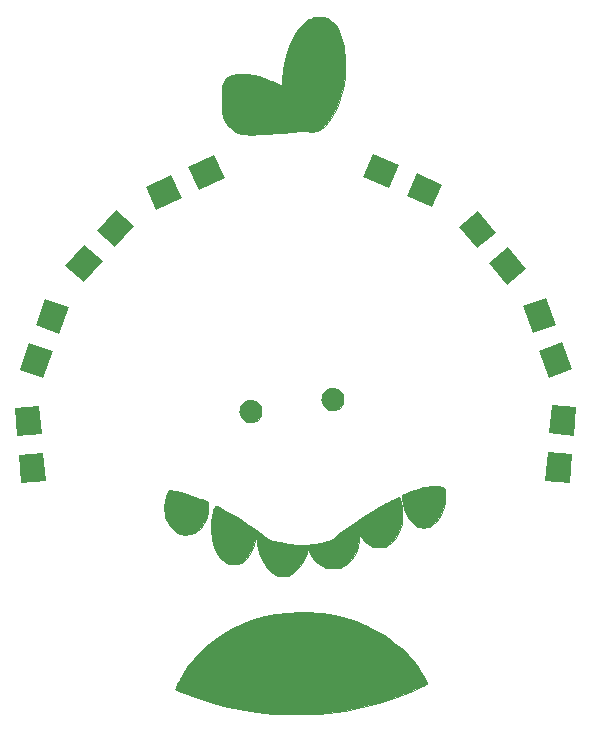
<source format=gts>
G04 #@! TF.FileFunction,Soldermask,Top*
%FSLAX46Y46*%
G04 Gerber Fmt 4.6, Leading zero omitted, Abs format (unit mm)*
G04 Created by KiCad (PCBNEW 4.0.7) date 06/13/18 15:06:57*
%MOMM*%
%LPD*%
G01*
G04 APERTURE LIST*
%ADD10C,0.100000*%
%ADD11C,0.010000*%
%ADD12C,2.100000*%
%ADD13O,2.100000X2.100000*%
G04 APERTURE END LIST*
D10*
D11*
G36*
X100310893Y-116255934D02*
X100850519Y-116283193D01*
X101363067Y-116331859D01*
X101876556Y-116404577D01*
X102406263Y-116501439D01*
X103346525Y-116727592D01*
X104256056Y-117022283D01*
X105130007Y-117382202D01*
X105963532Y-117804041D01*
X106751781Y-118284489D01*
X107489907Y-118820237D01*
X108173061Y-119407976D01*
X108796396Y-120044395D01*
X109355063Y-120726185D01*
X109844214Y-121450036D01*
X109971603Y-121666000D01*
X110098454Y-121888486D01*
X110185656Y-122049695D01*
X110234317Y-122162556D01*
X110245548Y-122240001D01*
X110220458Y-122294962D01*
X110160157Y-122340371D01*
X110065754Y-122389159D01*
X110034963Y-122404388D01*
X108778363Y-122982888D01*
X107480816Y-123488825D01*
X106141364Y-123922474D01*
X104759047Y-124284111D01*
X103332906Y-124574011D01*
X101861984Y-124792447D01*
X101600000Y-124823335D01*
X101390151Y-124841763D01*
X101109022Y-124858416D01*
X100769984Y-124873121D01*
X100386408Y-124885703D01*
X99971666Y-124895988D01*
X99539129Y-124903802D01*
X99102167Y-124908970D01*
X98674154Y-124911319D01*
X98268458Y-124910675D01*
X97898453Y-124906862D01*
X97577509Y-124899707D01*
X97318998Y-124889035D01*
X97197334Y-124880695D01*
X95740522Y-124718850D01*
X94321697Y-124484286D01*
X92942846Y-124177462D01*
X91605954Y-123798837D01*
X90313010Y-123348870D01*
X89949648Y-123206344D01*
X89642854Y-123082787D01*
X89405670Y-122986778D01*
X89229144Y-122914303D01*
X89104319Y-122861351D01*
X89022244Y-122823910D01*
X88973963Y-122797967D01*
X88950522Y-122779511D01*
X88942967Y-122764528D01*
X88942334Y-122754990D01*
X88961331Y-122685369D01*
X89013287Y-122557195D01*
X89090642Y-122386257D01*
X89185841Y-122188345D01*
X89291325Y-121979248D01*
X89399537Y-121774756D01*
X89483809Y-121623667D01*
X89945791Y-120902804D01*
X90481546Y-120217605D01*
X91086094Y-119572650D01*
X91754453Y-118972524D01*
X92481642Y-118421806D01*
X93262678Y-117925080D01*
X93853000Y-117604742D01*
X94739725Y-117195319D01*
X95634227Y-116862008D01*
X96545260Y-116602780D01*
X97481582Y-116415611D01*
X98451949Y-116298471D01*
X99465116Y-116249335D01*
X99716167Y-116247436D01*
X100310893Y-116255934D01*
X100310893Y-116255934D01*
G37*
X100310893Y-116255934D02*
X100850519Y-116283193D01*
X101363067Y-116331859D01*
X101876556Y-116404577D01*
X102406263Y-116501439D01*
X103346525Y-116727592D01*
X104256056Y-117022283D01*
X105130007Y-117382202D01*
X105963532Y-117804041D01*
X106751781Y-118284489D01*
X107489907Y-118820237D01*
X108173061Y-119407976D01*
X108796396Y-120044395D01*
X109355063Y-120726185D01*
X109844214Y-121450036D01*
X109971603Y-121666000D01*
X110098454Y-121888486D01*
X110185656Y-122049695D01*
X110234317Y-122162556D01*
X110245548Y-122240001D01*
X110220458Y-122294962D01*
X110160157Y-122340371D01*
X110065754Y-122389159D01*
X110034963Y-122404388D01*
X108778363Y-122982888D01*
X107480816Y-123488825D01*
X106141364Y-123922474D01*
X104759047Y-124284111D01*
X103332906Y-124574011D01*
X101861984Y-124792447D01*
X101600000Y-124823335D01*
X101390151Y-124841763D01*
X101109022Y-124858416D01*
X100769984Y-124873121D01*
X100386408Y-124885703D01*
X99971666Y-124895988D01*
X99539129Y-124903802D01*
X99102167Y-124908970D01*
X98674154Y-124911319D01*
X98268458Y-124910675D01*
X97898453Y-124906862D01*
X97577509Y-124899707D01*
X97318998Y-124889035D01*
X97197334Y-124880695D01*
X95740522Y-124718850D01*
X94321697Y-124484286D01*
X92942846Y-124177462D01*
X91605954Y-123798837D01*
X90313010Y-123348870D01*
X89949648Y-123206344D01*
X89642854Y-123082787D01*
X89405670Y-122986778D01*
X89229144Y-122914303D01*
X89104319Y-122861351D01*
X89022244Y-122823910D01*
X88973963Y-122797967D01*
X88950522Y-122779511D01*
X88942967Y-122764528D01*
X88942334Y-122754990D01*
X88961331Y-122685369D01*
X89013287Y-122557195D01*
X89090642Y-122386257D01*
X89185841Y-122188345D01*
X89291325Y-121979248D01*
X89399537Y-121774756D01*
X89483809Y-121623667D01*
X89945791Y-120902804D01*
X90481546Y-120217605D01*
X91086094Y-119572650D01*
X91754453Y-118972524D01*
X92481642Y-118421806D01*
X93262678Y-117925080D01*
X93853000Y-117604742D01*
X94739725Y-117195319D01*
X95634227Y-116862008D01*
X96545260Y-116602780D01*
X97481582Y-116415611D01*
X98451949Y-116298471D01*
X99465116Y-116249335D01*
X99716167Y-116247436D01*
X100310893Y-116255934D01*
G36*
X107895266Y-106512376D02*
X107946680Y-106580584D01*
X107978519Y-106658833D01*
X108064501Y-106970253D01*
X108124954Y-107336625D01*
X108158375Y-107731717D01*
X108163261Y-108129294D01*
X108138110Y-108503123D01*
X108098475Y-108752870D01*
X107966188Y-109227008D01*
X107780858Y-109654255D01*
X107547294Y-110027353D01*
X107270308Y-110339043D01*
X106954710Y-110582066D01*
X106844372Y-110645188D01*
X106732871Y-110700038D01*
X106633535Y-110735110D01*
X106521986Y-110754756D01*
X106373845Y-110763324D01*
X106172000Y-110765167D01*
X105965035Y-110763189D01*
X105818322Y-110754356D01*
X105707482Y-110734318D01*
X105608136Y-110698725D01*
X105499629Y-110645188D01*
X105210214Y-110453522D01*
X104936805Y-110197711D01*
X104700952Y-109898096D01*
X104689124Y-109880178D01*
X104521000Y-109622873D01*
X104521000Y-109922665D01*
X104509222Y-110120574D01*
X104478374Y-110349035D01*
X104436083Y-110554478D01*
X104275748Y-111041454D01*
X104059665Y-111470948D01*
X103790400Y-111839549D01*
X103470517Y-112143848D01*
X103102580Y-112380434D01*
X103039334Y-112411819D01*
X102916536Y-112468011D01*
X102813157Y-112505394D01*
X102706461Y-112527781D01*
X102573714Y-112538985D01*
X102392181Y-112542818D01*
X102256167Y-112543167D01*
X102033465Y-112541593D01*
X101873034Y-112534564D01*
X101752500Y-112518619D01*
X101649493Y-112490295D01*
X101541638Y-112446130D01*
X101497495Y-112425770D01*
X101116677Y-112203239D01*
X100787991Y-111915945D01*
X100509266Y-111561658D01*
X100310394Y-111206984D01*
X100237300Y-111056793D01*
X100190746Y-110973552D01*
X100161148Y-110947636D01*
X100138927Y-110969421D01*
X100119740Y-111015468D01*
X100087738Y-111113250D01*
X100076000Y-111173032D01*
X100058306Y-111244450D01*
X100010983Y-111371771D01*
X99942677Y-111535375D01*
X99862029Y-111715641D01*
X99777683Y-111892947D01*
X99698281Y-112047674D01*
X99662862Y-112110907D01*
X99482566Y-112374743D01*
X99262197Y-112627743D01*
X99023388Y-112847975D01*
X98787770Y-113013504D01*
X98754407Y-113032062D01*
X98612812Y-113103018D01*
X98492374Y-113146830D01*
X98361765Y-113170933D01*
X98189658Y-113182758D01*
X98107500Y-113185561D01*
X97923355Y-113186861D01*
X97760709Y-113180647D01*
X97646066Y-113168194D01*
X97620667Y-113162113D01*
X97286026Y-113008995D01*
X96973916Y-112779720D01*
X96688694Y-112480824D01*
X96434719Y-112118845D01*
X96216349Y-111700317D01*
X96037941Y-111231779D01*
X95903854Y-110719765D01*
X95868688Y-110534341D01*
X95837530Y-110333877D01*
X95813064Y-110140525D01*
X95799120Y-109986050D01*
X95797355Y-109942790D01*
X95794382Y-109858797D01*
X95786734Y-109833112D01*
X95771196Y-109872400D01*
X95744554Y-109983323D01*
X95717182Y-110109000D01*
X95587529Y-110599457D01*
X95421454Y-111022320D01*
X95213482Y-111388807D01*
X94958135Y-111710132D01*
X94911334Y-111759318D01*
X94694904Y-111958467D01*
X94488776Y-112091397D01*
X94267944Y-112168839D01*
X94007401Y-112201529D01*
X93874167Y-112204500D01*
X93588314Y-112188055D01*
X93353141Y-112131565D01*
X93143642Y-112024297D01*
X92934810Y-111855517D01*
X92837000Y-111759318D01*
X92538560Y-111392686D01*
X92300474Y-110967492D01*
X92123156Y-110484970D01*
X92007022Y-109946357D01*
X91952486Y-109352887D01*
X91948000Y-109113214D01*
X91964829Y-108629455D01*
X92017923Y-108196924D01*
X92111189Y-107788611D01*
X92165213Y-107611936D01*
X92218700Y-107445208D01*
X92261699Y-107328915D01*
X92307690Y-107260754D01*
X92370155Y-107238421D01*
X92462573Y-107259614D01*
X92598427Y-107322029D01*
X92791196Y-107423362D01*
X92907751Y-107485071D01*
X93664259Y-107898478D01*
X94361139Y-108313449D01*
X95022245Y-108745647D01*
X95671434Y-109210732D01*
X96332562Y-109724366D01*
X96393000Y-109773133D01*
X96552744Y-109899715D01*
X96689918Y-109998341D01*
X96820692Y-110075618D01*
X96961233Y-110138149D01*
X97127708Y-110192539D01*
X97336285Y-110245392D01*
X97603131Y-110303312D01*
X97779452Y-110339489D01*
X98564849Y-110474410D01*
X99300163Y-110548386D01*
X99994254Y-110561253D01*
X100655981Y-110512846D01*
X101294203Y-110403002D01*
X101813494Y-110264723D01*
X101969678Y-110210406D01*
X102109240Y-110145199D01*
X102254028Y-110056284D01*
X102425888Y-109930841D01*
X102554751Y-109829792D01*
X102984118Y-109498360D01*
X103471050Y-109140996D01*
X103997576Y-108770013D01*
X104545725Y-108397725D01*
X105097526Y-108036445D01*
X105635008Y-107698487D01*
X105898244Y-107538822D01*
X106189946Y-107366686D01*
X106486707Y-107195827D01*
X106778215Y-107031796D01*
X107054160Y-106880144D01*
X107304229Y-106746421D01*
X107518111Y-106636179D01*
X107685495Y-106554969D01*
X107796068Y-106508342D01*
X107829023Y-106499438D01*
X107895266Y-106512376D01*
X107895266Y-106512376D01*
G37*
X107895266Y-106512376D02*
X107946680Y-106580584D01*
X107978519Y-106658833D01*
X108064501Y-106970253D01*
X108124954Y-107336625D01*
X108158375Y-107731717D01*
X108163261Y-108129294D01*
X108138110Y-108503123D01*
X108098475Y-108752870D01*
X107966188Y-109227008D01*
X107780858Y-109654255D01*
X107547294Y-110027353D01*
X107270308Y-110339043D01*
X106954710Y-110582066D01*
X106844372Y-110645188D01*
X106732871Y-110700038D01*
X106633535Y-110735110D01*
X106521986Y-110754756D01*
X106373845Y-110763324D01*
X106172000Y-110765167D01*
X105965035Y-110763189D01*
X105818322Y-110754356D01*
X105707482Y-110734318D01*
X105608136Y-110698725D01*
X105499629Y-110645188D01*
X105210214Y-110453522D01*
X104936805Y-110197711D01*
X104700952Y-109898096D01*
X104689124Y-109880178D01*
X104521000Y-109622873D01*
X104521000Y-109922665D01*
X104509222Y-110120574D01*
X104478374Y-110349035D01*
X104436083Y-110554478D01*
X104275748Y-111041454D01*
X104059665Y-111470948D01*
X103790400Y-111839549D01*
X103470517Y-112143848D01*
X103102580Y-112380434D01*
X103039334Y-112411819D01*
X102916536Y-112468011D01*
X102813157Y-112505394D01*
X102706461Y-112527781D01*
X102573714Y-112538985D01*
X102392181Y-112542818D01*
X102256167Y-112543167D01*
X102033465Y-112541593D01*
X101873034Y-112534564D01*
X101752500Y-112518619D01*
X101649493Y-112490295D01*
X101541638Y-112446130D01*
X101497495Y-112425770D01*
X101116677Y-112203239D01*
X100787991Y-111915945D01*
X100509266Y-111561658D01*
X100310394Y-111206984D01*
X100237300Y-111056793D01*
X100190746Y-110973552D01*
X100161148Y-110947636D01*
X100138927Y-110969421D01*
X100119740Y-111015468D01*
X100087738Y-111113250D01*
X100076000Y-111173032D01*
X100058306Y-111244450D01*
X100010983Y-111371771D01*
X99942677Y-111535375D01*
X99862029Y-111715641D01*
X99777683Y-111892947D01*
X99698281Y-112047674D01*
X99662862Y-112110907D01*
X99482566Y-112374743D01*
X99262197Y-112627743D01*
X99023388Y-112847975D01*
X98787770Y-113013504D01*
X98754407Y-113032062D01*
X98612812Y-113103018D01*
X98492374Y-113146830D01*
X98361765Y-113170933D01*
X98189658Y-113182758D01*
X98107500Y-113185561D01*
X97923355Y-113186861D01*
X97760709Y-113180647D01*
X97646066Y-113168194D01*
X97620667Y-113162113D01*
X97286026Y-113008995D01*
X96973916Y-112779720D01*
X96688694Y-112480824D01*
X96434719Y-112118845D01*
X96216349Y-111700317D01*
X96037941Y-111231779D01*
X95903854Y-110719765D01*
X95868688Y-110534341D01*
X95837530Y-110333877D01*
X95813064Y-110140525D01*
X95799120Y-109986050D01*
X95797355Y-109942790D01*
X95794382Y-109858797D01*
X95786734Y-109833112D01*
X95771196Y-109872400D01*
X95744554Y-109983323D01*
X95717182Y-110109000D01*
X95587529Y-110599457D01*
X95421454Y-111022320D01*
X95213482Y-111388807D01*
X94958135Y-111710132D01*
X94911334Y-111759318D01*
X94694904Y-111958467D01*
X94488776Y-112091397D01*
X94267944Y-112168839D01*
X94007401Y-112201529D01*
X93874167Y-112204500D01*
X93588314Y-112188055D01*
X93353141Y-112131565D01*
X93143642Y-112024297D01*
X92934810Y-111855517D01*
X92837000Y-111759318D01*
X92538560Y-111392686D01*
X92300474Y-110967492D01*
X92123156Y-110484970D01*
X92007022Y-109946357D01*
X91952486Y-109352887D01*
X91948000Y-109113214D01*
X91964829Y-108629455D01*
X92017923Y-108196924D01*
X92111189Y-107788611D01*
X92165213Y-107611936D01*
X92218700Y-107445208D01*
X92261699Y-107328915D01*
X92307690Y-107260754D01*
X92370155Y-107238421D01*
X92462573Y-107259614D01*
X92598427Y-107322029D01*
X92791196Y-107423362D01*
X92907751Y-107485071D01*
X93664259Y-107898478D01*
X94361139Y-108313449D01*
X95022245Y-108745647D01*
X95671434Y-109210732D01*
X96332562Y-109724366D01*
X96393000Y-109773133D01*
X96552744Y-109899715D01*
X96689918Y-109998341D01*
X96820692Y-110075618D01*
X96961233Y-110138149D01*
X97127708Y-110192539D01*
X97336285Y-110245392D01*
X97603131Y-110303312D01*
X97779452Y-110339489D01*
X98564849Y-110474410D01*
X99300163Y-110548386D01*
X99994254Y-110561253D01*
X100655981Y-110512846D01*
X101294203Y-110403002D01*
X101813494Y-110264723D01*
X101969678Y-110210406D01*
X102109240Y-110145199D01*
X102254028Y-110056284D01*
X102425888Y-109930841D01*
X102554751Y-109829792D01*
X102984118Y-109498360D01*
X103471050Y-109140996D01*
X103997576Y-108770013D01*
X104545725Y-108397725D01*
X105097526Y-108036445D01*
X105635008Y-107698487D01*
X105898244Y-107538822D01*
X106189946Y-107366686D01*
X106486707Y-107195827D01*
X106778215Y-107031796D01*
X107054160Y-106880144D01*
X107304229Y-106746421D01*
X107518111Y-106636179D01*
X107685495Y-106554969D01*
X107796068Y-106508342D01*
X107829023Y-106499438D01*
X107895266Y-106512376D01*
G36*
X88479758Y-105885131D02*
X88594695Y-105910995D01*
X88759012Y-105949465D01*
X88956290Y-105996750D01*
X88985729Y-106003887D01*
X89650661Y-106181545D01*
X90338801Y-106395093D01*
X91005099Y-106630332D01*
X91154250Y-106687463D01*
X91694000Y-106897643D01*
X91693374Y-107349738D01*
X91686335Y-107583890D01*
X91667888Y-107816298D01*
X91641111Y-108012603D01*
X91628419Y-108074761D01*
X91501992Y-108458339D01*
X91314923Y-108813286D01*
X91077552Y-109125288D01*
X90800220Y-109380030D01*
X90586199Y-109517500D01*
X90448644Y-109586987D01*
X90332128Y-109630825D01*
X90207332Y-109655859D01*
X90044939Y-109668930D01*
X89916000Y-109673917D01*
X89638997Y-109672891D01*
X89436220Y-109650234D01*
X89359071Y-109629039D01*
X89020110Y-109458744D01*
X88716805Y-109218243D01*
X88457296Y-108917404D01*
X88249725Y-108566093D01*
X88102231Y-108174175D01*
X88076581Y-108074761D01*
X88036919Y-107828687D01*
X88017123Y-107533279D01*
X88017195Y-107221505D01*
X88037133Y-106926334D01*
X88076581Y-106682239D01*
X88117702Y-106539615D01*
X88176380Y-106375256D01*
X88244267Y-106208174D01*
X88313019Y-106057384D01*
X88374289Y-105941898D01*
X88419732Y-105880729D01*
X88430624Y-105875667D01*
X88479758Y-105885131D01*
X88479758Y-105885131D01*
G37*
X88479758Y-105885131D02*
X88594695Y-105910995D01*
X88759012Y-105949465D01*
X88956290Y-105996750D01*
X88985729Y-106003887D01*
X89650661Y-106181545D01*
X90338801Y-106395093D01*
X91005099Y-106630332D01*
X91154250Y-106687463D01*
X91694000Y-106897643D01*
X91693374Y-107349738D01*
X91686335Y-107583890D01*
X91667888Y-107816298D01*
X91641111Y-108012603D01*
X91628419Y-108074761D01*
X91501992Y-108458339D01*
X91314923Y-108813286D01*
X91077552Y-109125288D01*
X90800220Y-109380030D01*
X90586199Y-109517500D01*
X90448644Y-109586987D01*
X90332128Y-109630825D01*
X90207332Y-109655859D01*
X90044939Y-109668930D01*
X89916000Y-109673917D01*
X89638997Y-109672891D01*
X89436220Y-109650234D01*
X89359071Y-109629039D01*
X89020110Y-109458744D01*
X88716805Y-109218243D01*
X88457296Y-108917404D01*
X88249725Y-108566093D01*
X88102231Y-108174175D01*
X88076581Y-108074761D01*
X88036919Y-107828687D01*
X88017123Y-107533279D01*
X88017195Y-107221505D01*
X88037133Y-106926334D01*
X88076581Y-106682239D01*
X88117702Y-106539615D01*
X88176380Y-106375256D01*
X88244267Y-106208174D01*
X88313019Y-106057384D01*
X88374289Y-105941898D01*
X88419732Y-105880729D01*
X88430624Y-105875667D01*
X88479758Y-105885131D01*
G36*
X111032964Y-105587203D02*
X111296437Y-105596246D01*
X111487157Y-105610536D01*
X111616858Y-105640839D01*
X111697272Y-105697926D01*
X111740135Y-105792564D01*
X111757179Y-105935521D01*
X111760138Y-106137566D01*
X111760000Y-106254432D01*
X111734080Y-106810000D01*
X111654874Y-107307176D01*
X111520210Y-107755062D01*
X111327918Y-108162759D01*
X111289134Y-108229071D01*
X111144307Y-108433305D01*
X110964072Y-108633435D01*
X110768025Y-108811469D01*
X110575762Y-108949418D01*
X110423214Y-109024071D01*
X110201412Y-109072255D01*
X109942685Y-109087178D01*
X109686080Y-109068949D01*
X109481131Y-109021479D01*
X109325461Y-108940015D01*
X109144916Y-108804388D01*
X108958825Y-108632648D01*
X108786516Y-108442844D01*
X108647319Y-108253024D01*
X108632533Y-108229071D01*
X108460830Y-107888855D01*
X108320210Y-107501212D01*
X108219387Y-107097145D01*
X108167076Y-106707657D01*
X108161667Y-106553889D01*
X108161667Y-106308225D01*
X108681701Y-106094407D01*
X109139344Y-105915484D01*
X109543683Y-105779239D01*
X109912204Y-105681901D01*
X110262389Y-105619699D01*
X110611723Y-105588860D01*
X110977690Y-105585614D01*
X111032964Y-105587203D01*
X111032964Y-105587203D01*
G37*
X111032964Y-105587203D02*
X111296437Y-105596246D01*
X111487157Y-105610536D01*
X111616858Y-105640839D01*
X111697272Y-105697926D01*
X111740135Y-105792564D01*
X111757179Y-105935521D01*
X111760138Y-106137566D01*
X111760000Y-106254432D01*
X111734080Y-106810000D01*
X111654874Y-107307176D01*
X111520210Y-107755062D01*
X111327918Y-108162759D01*
X111289134Y-108229071D01*
X111144307Y-108433305D01*
X110964072Y-108633435D01*
X110768025Y-108811469D01*
X110575762Y-108949418D01*
X110423214Y-109024071D01*
X110201412Y-109072255D01*
X109942685Y-109087178D01*
X109686080Y-109068949D01*
X109481131Y-109021479D01*
X109325461Y-108940015D01*
X109144916Y-108804388D01*
X108958825Y-108632648D01*
X108786516Y-108442844D01*
X108647319Y-108253024D01*
X108632533Y-108229071D01*
X108460830Y-107888855D01*
X108320210Y-107501212D01*
X108219387Y-107097145D01*
X108167076Y-106707657D01*
X108161667Y-106553889D01*
X108161667Y-106308225D01*
X108681701Y-106094407D01*
X109139344Y-105915484D01*
X109543683Y-105779239D01*
X109912204Y-105681901D01*
X110262389Y-105619699D01*
X110611723Y-105588860D01*
X110977690Y-105585614D01*
X111032964Y-105587203D01*
G36*
X95476865Y-98322083D02*
X95602917Y-98334575D01*
X95696580Y-98362257D01*
X95783950Y-98410744D01*
X95814893Y-98431607D01*
X95946666Y-98542877D01*
X96068097Y-98676854D01*
X96090059Y-98706774D01*
X96146403Y-98797648D01*
X96180142Y-98886453D01*
X96196892Y-98999282D01*
X96202266Y-99162229D01*
X96202500Y-99229333D01*
X96199584Y-99413865D01*
X96187092Y-99539916D01*
X96159409Y-99633580D01*
X96110922Y-99720950D01*
X96090059Y-99751892D01*
X95928074Y-99943325D01*
X95745098Y-100066818D01*
X95521023Y-100132988D01*
X95334667Y-100150667D01*
X95127800Y-100150791D01*
X94978838Y-100129817D01*
X94875645Y-100091215D01*
X94641646Y-99932980D01*
X94479776Y-99731710D01*
X94388740Y-99485058D01*
X94367244Y-99190677D01*
X94368140Y-99171387D01*
X94408134Y-98904895D01*
X94503341Y-98691476D01*
X94663836Y-98512575D01*
X94769774Y-98431607D01*
X94860649Y-98375264D01*
X94949454Y-98341524D01*
X95062283Y-98324775D01*
X95225229Y-98319401D01*
X95292334Y-98319167D01*
X95476865Y-98322083D01*
X95476865Y-98322083D01*
G37*
X95476865Y-98322083D02*
X95602917Y-98334575D01*
X95696580Y-98362257D01*
X95783950Y-98410744D01*
X95814893Y-98431607D01*
X95946666Y-98542877D01*
X96068097Y-98676854D01*
X96090059Y-98706774D01*
X96146403Y-98797648D01*
X96180142Y-98886453D01*
X96196892Y-98999282D01*
X96202266Y-99162229D01*
X96202500Y-99229333D01*
X96199584Y-99413865D01*
X96187092Y-99539916D01*
X96159409Y-99633580D01*
X96110922Y-99720950D01*
X96090059Y-99751892D01*
X95928074Y-99943325D01*
X95745098Y-100066818D01*
X95521023Y-100132988D01*
X95334667Y-100150667D01*
X95127800Y-100150791D01*
X94978838Y-100129817D01*
X94875645Y-100091215D01*
X94641646Y-99932980D01*
X94479776Y-99731710D01*
X94388740Y-99485058D01*
X94367244Y-99190677D01*
X94368140Y-99171387D01*
X94408134Y-98904895D01*
X94503341Y-98691476D01*
X94663836Y-98512575D01*
X94769774Y-98431607D01*
X94860649Y-98375264D01*
X94949454Y-98341524D01*
X95062283Y-98324775D01*
X95225229Y-98319401D01*
X95292334Y-98319167D01*
X95476865Y-98322083D01*
G36*
X102419532Y-97306083D02*
X102545583Y-97318575D01*
X102639247Y-97346257D01*
X102726617Y-97394744D01*
X102757559Y-97415607D01*
X102889332Y-97526877D01*
X103010764Y-97660854D01*
X103032726Y-97690774D01*
X103089070Y-97781648D01*
X103122809Y-97870453D01*
X103139558Y-97983282D01*
X103144933Y-98146229D01*
X103145167Y-98213333D01*
X103142251Y-98397865D01*
X103129758Y-98523916D01*
X103102076Y-98617580D01*
X103053589Y-98704950D01*
X103032726Y-98735892D01*
X102870740Y-98927325D01*
X102687764Y-99050818D01*
X102463689Y-99116988D01*
X102277334Y-99134667D01*
X102070467Y-99134791D01*
X101921505Y-99113817D01*
X101818311Y-99075215D01*
X101584312Y-98916980D01*
X101422442Y-98715710D01*
X101331407Y-98469058D01*
X101309911Y-98174677D01*
X101310807Y-98155387D01*
X101350801Y-97888895D01*
X101446008Y-97675476D01*
X101606503Y-97496575D01*
X101712441Y-97415607D01*
X101803315Y-97359264D01*
X101892120Y-97325524D01*
X102004949Y-97308775D01*
X102167896Y-97303401D01*
X102235000Y-97303167D01*
X102419532Y-97306083D01*
X102419532Y-97306083D01*
G37*
X102419532Y-97306083D02*
X102545583Y-97318575D01*
X102639247Y-97346257D01*
X102726617Y-97394744D01*
X102757559Y-97415607D01*
X102889332Y-97526877D01*
X103010764Y-97660854D01*
X103032726Y-97690774D01*
X103089070Y-97781648D01*
X103122809Y-97870453D01*
X103139558Y-97983282D01*
X103144933Y-98146229D01*
X103145167Y-98213333D01*
X103142251Y-98397865D01*
X103129758Y-98523916D01*
X103102076Y-98617580D01*
X103053589Y-98704950D01*
X103032726Y-98735892D01*
X102870740Y-98927325D01*
X102687764Y-99050818D01*
X102463689Y-99116988D01*
X102277334Y-99134667D01*
X102070467Y-99134791D01*
X101921505Y-99113817D01*
X101818311Y-99075215D01*
X101584312Y-98916980D01*
X101422442Y-98715710D01*
X101331407Y-98469058D01*
X101309911Y-98174677D01*
X101310807Y-98155387D01*
X101350801Y-97888895D01*
X101446008Y-97675476D01*
X101606503Y-97496575D01*
X101712441Y-97415607D01*
X101803315Y-97359264D01*
X101892120Y-97325524D01*
X102004949Y-97308775D01*
X102167896Y-97303401D01*
X102235000Y-97303167D01*
X102419532Y-97306083D01*
G36*
X101366749Y-65851219D02*
X101516583Y-65859055D01*
X101628225Y-65877024D01*
X101724901Y-65909143D01*
X101829834Y-65959429D01*
X101848949Y-65969433D01*
X102157001Y-66179101D01*
X102431197Y-66465068D01*
X102670730Y-66825681D01*
X102874791Y-67259288D01*
X103042575Y-67764238D01*
X103173273Y-68338879D01*
X103248763Y-68832889D01*
X103269127Y-69061713D01*
X103283034Y-69354257D01*
X103290637Y-69690546D01*
X103292090Y-70050609D01*
X103287549Y-70414473D01*
X103277168Y-70762164D01*
X103261100Y-71073709D01*
X103239501Y-71329136D01*
X103228791Y-71415062D01*
X103129305Y-71962050D01*
X102989720Y-72501374D01*
X102814770Y-73024095D01*
X102609189Y-73521274D01*
X102377710Y-73983971D01*
X102125068Y-74403248D01*
X101855996Y-74770166D01*
X101575228Y-75075786D01*
X101287498Y-75311169D01*
X101109448Y-75417021D01*
X100944481Y-75490558D01*
X100786657Y-75533439D01*
X100596573Y-75555217D01*
X100522711Y-75559279D01*
X100324569Y-75560246D01*
X100124814Y-75548069D01*
X99965772Y-75525372D01*
X99962087Y-75524559D01*
X99831229Y-75502102D01*
X99697015Y-75496959D01*
X99532587Y-75509732D01*
X99324877Y-75538864D01*
X99090096Y-75572707D01*
X98832836Y-75603972D01*
X98542913Y-75633532D01*
X98210141Y-75662259D01*
X97824338Y-75691024D01*
X97375318Y-75720701D01*
X96852897Y-75752161D01*
X96795167Y-75755499D01*
X96289145Y-75782655D01*
X95859836Y-75801073D01*
X95499738Y-75810747D01*
X95201346Y-75811669D01*
X94957159Y-75803831D01*
X94759675Y-75787227D01*
X94601390Y-75761848D01*
X94563708Y-75753323D01*
X94232803Y-75643411D01*
X93913511Y-75482312D01*
X93622012Y-75281994D01*
X93374485Y-75054425D01*
X93187111Y-74811574D01*
X93119673Y-74685134D01*
X93040232Y-74499985D01*
X92978570Y-74331531D01*
X92932484Y-74164877D01*
X92899772Y-73985128D01*
X92878234Y-73777390D01*
X92865667Y-73526768D01*
X92859869Y-73218368D01*
X92858625Y-72919167D01*
X92863237Y-72466201D01*
X92879544Y-72088645D01*
X92910560Y-71777685D01*
X92959297Y-71524511D01*
X93028766Y-71320312D01*
X93121981Y-71156274D01*
X93241953Y-71023588D01*
X93391696Y-70913440D01*
X93574220Y-70817021D01*
X93577834Y-70815353D01*
X93656349Y-70781518D01*
X93733322Y-70756543D01*
X93822955Y-70739093D01*
X93939446Y-70727832D01*
X94096997Y-70721426D01*
X94309808Y-70718539D01*
X94592080Y-70717835D01*
X94615000Y-70717833D01*
X94907165Y-70718607D01*
X95132079Y-70721998D01*
X95307151Y-70729613D01*
X95449793Y-70743060D01*
X95577412Y-70763944D01*
X95707419Y-70793872D01*
X95846666Y-70831493D01*
X95994620Y-70877891D01*
X96204390Y-70950483D01*
X96459581Y-71043038D01*
X96743799Y-71149325D01*
X97040648Y-71263113D01*
X97333732Y-71378173D01*
X97606657Y-71488272D01*
X97843027Y-71587181D01*
X97899928Y-71611803D01*
X97925229Y-71583081D01*
X97947480Y-71472647D01*
X97966874Y-71279326D01*
X97975302Y-71155505D01*
X98041294Y-70464975D01*
X98152236Y-69797233D01*
X98305083Y-69158757D01*
X98496787Y-68556025D01*
X98724301Y-67995514D01*
X98984578Y-67483702D01*
X99274571Y-67027066D01*
X99591234Y-66632084D01*
X99931518Y-66305233D01*
X100292379Y-66052991D01*
X100403609Y-65993128D01*
X100534986Y-65929559D01*
X100641807Y-65888169D01*
X100748890Y-65864216D01*
X100881059Y-65852958D01*
X101063134Y-65849656D01*
X101155500Y-65849500D01*
X101366749Y-65851219D01*
X101366749Y-65851219D01*
G37*
X101366749Y-65851219D02*
X101516583Y-65859055D01*
X101628225Y-65877024D01*
X101724901Y-65909143D01*
X101829834Y-65959429D01*
X101848949Y-65969433D01*
X102157001Y-66179101D01*
X102431197Y-66465068D01*
X102670730Y-66825681D01*
X102874791Y-67259288D01*
X103042575Y-67764238D01*
X103173273Y-68338879D01*
X103248763Y-68832889D01*
X103269127Y-69061713D01*
X103283034Y-69354257D01*
X103290637Y-69690546D01*
X103292090Y-70050609D01*
X103287549Y-70414473D01*
X103277168Y-70762164D01*
X103261100Y-71073709D01*
X103239501Y-71329136D01*
X103228791Y-71415062D01*
X103129305Y-71962050D01*
X102989720Y-72501374D01*
X102814770Y-73024095D01*
X102609189Y-73521274D01*
X102377710Y-73983971D01*
X102125068Y-74403248D01*
X101855996Y-74770166D01*
X101575228Y-75075786D01*
X101287498Y-75311169D01*
X101109448Y-75417021D01*
X100944481Y-75490558D01*
X100786657Y-75533439D01*
X100596573Y-75555217D01*
X100522711Y-75559279D01*
X100324569Y-75560246D01*
X100124814Y-75548069D01*
X99965772Y-75525372D01*
X99962087Y-75524559D01*
X99831229Y-75502102D01*
X99697015Y-75496959D01*
X99532587Y-75509732D01*
X99324877Y-75538864D01*
X99090096Y-75572707D01*
X98832836Y-75603972D01*
X98542913Y-75633532D01*
X98210141Y-75662259D01*
X97824338Y-75691024D01*
X97375318Y-75720701D01*
X96852897Y-75752161D01*
X96795167Y-75755499D01*
X96289145Y-75782655D01*
X95859836Y-75801073D01*
X95499738Y-75810747D01*
X95201346Y-75811669D01*
X94957159Y-75803831D01*
X94759675Y-75787227D01*
X94601390Y-75761848D01*
X94563708Y-75753323D01*
X94232803Y-75643411D01*
X93913511Y-75482312D01*
X93622012Y-75281994D01*
X93374485Y-75054425D01*
X93187111Y-74811574D01*
X93119673Y-74685134D01*
X93040232Y-74499985D01*
X92978570Y-74331531D01*
X92932484Y-74164877D01*
X92899772Y-73985128D01*
X92878234Y-73777390D01*
X92865667Y-73526768D01*
X92859869Y-73218368D01*
X92858625Y-72919167D01*
X92863237Y-72466201D01*
X92879544Y-72088645D01*
X92910560Y-71777685D01*
X92959297Y-71524511D01*
X93028766Y-71320312D01*
X93121981Y-71156274D01*
X93241953Y-71023588D01*
X93391696Y-70913440D01*
X93574220Y-70817021D01*
X93577834Y-70815353D01*
X93656349Y-70781518D01*
X93733322Y-70756543D01*
X93822955Y-70739093D01*
X93939446Y-70727832D01*
X94096997Y-70721426D01*
X94309808Y-70718539D01*
X94592080Y-70717835D01*
X94615000Y-70717833D01*
X94907165Y-70718607D01*
X95132079Y-70721998D01*
X95307151Y-70729613D01*
X95449793Y-70743060D01*
X95577412Y-70763944D01*
X95707419Y-70793872D01*
X95846666Y-70831493D01*
X95994620Y-70877891D01*
X96204390Y-70950483D01*
X96459581Y-71043038D01*
X96743799Y-71149325D01*
X97040648Y-71263113D01*
X97333732Y-71378173D01*
X97606657Y-71488272D01*
X97843027Y-71587181D01*
X97899928Y-71611803D01*
X97925229Y-71583081D01*
X97947480Y-71472647D01*
X97966874Y-71279326D01*
X97975302Y-71155505D01*
X98041294Y-70464975D01*
X98152236Y-69797233D01*
X98305083Y-69158757D01*
X98496787Y-68556025D01*
X98724301Y-67995514D01*
X98984578Y-67483702D01*
X99274571Y-67027066D01*
X99591234Y-66632084D01*
X99931518Y-66305233D01*
X100292379Y-66052991D01*
X100403609Y-65993128D01*
X100534986Y-65929559D01*
X100641807Y-65888169D01*
X100748890Y-65864216D01*
X100881059Y-65852958D01*
X101063134Y-65849656D01*
X101155500Y-65849500D01*
X101366749Y-65851219D01*
D12*
X100965000Y-120904000D03*
D13*
X100965000Y-123444000D03*
X98425000Y-120904000D03*
X98425000Y-123444000D03*
D10*
G36*
X75332298Y-98960891D02*
X77424307Y-98777864D01*
X77633480Y-101168731D01*
X75541471Y-101351758D01*
X75332298Y-98960891D01*
X75332298Y-98960891D01*
G37*
G36*
X75680920Y-102945669D02*
X77772929Y-102762642D01*
X77982102Y-105153509D01*
X75890093Y-105336536D01*
X75680920Y-102945669D01*
X75680920Y-102945669D01*
G37*
G36*
X77933387Y-89699463D02*
X79906741Y-90417705D01*
X79085893Y-92672967D01*
X77112539Y-91954725D01*
X77933387Y-89699463D01*
X77933387Y-89699463D01*
G37*
G36*
X76565307Y-93458233D02*
X78538661Y-94176475D01*
X77717813Y-96431737D01*
X75744459Y-95713495D01*
X76565307Y-93458233D01*
X76565307Y-93458233D01*
G37*
G36*
X83910916Y-82161749D02*
X85471520Y-83566923D01*
X83865606Y-85350471D01*
X82305002Y-83945297D01*
X83910916Y-82161749D01*
X83910916Y-82161749D01*
G37*
G36*
X81234394Y-85134329D02*
X82794998Y-86539503D01*
X81189084Y-88323051D01*
X79628480Y-86917877D01*
X81234394Y-85134329D01*
X81234394Y-85134329D01*
G37*
G36*
X92220036Y-77553598D02*
X93107535Y-79456844D01*
X90932396Y-80471128D01*
X90044897Y-78567882D01*
X92220036Y-77553598D01*
X92220036Y-77553598D01*
G37*
G36*
X88594804Y-79244072D02*
X89482303Y-81147318D01*
X87307164Y-82161602D01*
X86419665Y-80258356D01*
X88594804Y-79244072D01*
X88594804Y-79244072D01*
G37*
G36*
X111554419Y-80047534D02*
X110700272Y-81965980D01*
X108507763Y-80989812D01*
X109361910Y-79071366D01*
X111554419Y-80047534D01*
X111554419Y-80047534D01*
G37*
G36*
X107900237Y-78420588D02*
X107046090Y-80339034D01*
X104853581Y-79362866D01*
X105707728Y-77444420D01*
X107900237Y-78420588D01*
X107900237Y-78420588D01*
G37*
G36*
X118634467Y-87171215D02*
X117025773Y-88521069D01*
X115483083Y-86682563D01*
X117091777Y-85332709D01*
X118634467Y-87171215D01*
X118634467Y-87171215D01*
G37*
G36*
X116063317Y-84107037D02*
X114454623Y-85456891D01*
X112911933Y-83618385D01*
X114520627Y-82268531D01*
X116063317Y-84107037D01*
X116063317Y-84107037D01*
G37*
G36*
X122527941Y-95662695D02*
X120554587Y-96380937D01*
X119733739Y-94125675D01*
X121707093Y-93407433D01*
X122527941Y-95662695D01*
X122527941Y-95662695D01*
G37*
G36*
X121159861Y-91903925D02*
X119186507Y-92622167D01*
X118365659Y-90366905D01*
X120339013Y-89648663D01*
X121159861Y-91903925D01*
X121159861Y-91903925D01*
G37*
G36*
X122331507Y-105285736D02*
X120239498Y-105102709D01*
X120448671Y-102711842D01*
X122540680Y-102894869D01*
X122331507Y-105285736D01*
X122331507Y-105285736D01*
G37*
G36*
X122680129Y-101300958D02*
X120588120Y-101117931D01*
X120797293Y-98727064D01*
X122889302Y-98910091D01*
X122680129Y-101300958D01*
X122680129Y-101300958D01*
G37*
M02*

</source>
